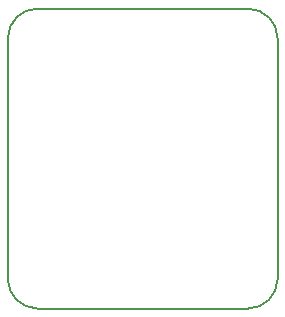
<source format=gko>
G04 DipTrace 3.1.0.1*
G04 FR2311_Breakout.gko*
%MOIN*%
G04 #@! TF.FileFunction,Profile*
G04 #@! TF.Part,Single*
%ADD11C,0.006*%
%FSLAX26Y26*%
G04*
G70*
G90*
G75*
G01*
G04 BoardOutline*
%LPD*%
X494000Y394000D2*
D11*
X1194000D1*
G03X1294000Y494000I2J99998D01*
G01*
Y1294000D1*
G03X1194000Y1394000I-99998J2D01*
G01*
X494000D1*
G03X394000Y1294000I-2J-99998D01*
G01*
Y494000D1*
G03X494000Y394000I99998J-2D01*
G01*
M02*

</source>
